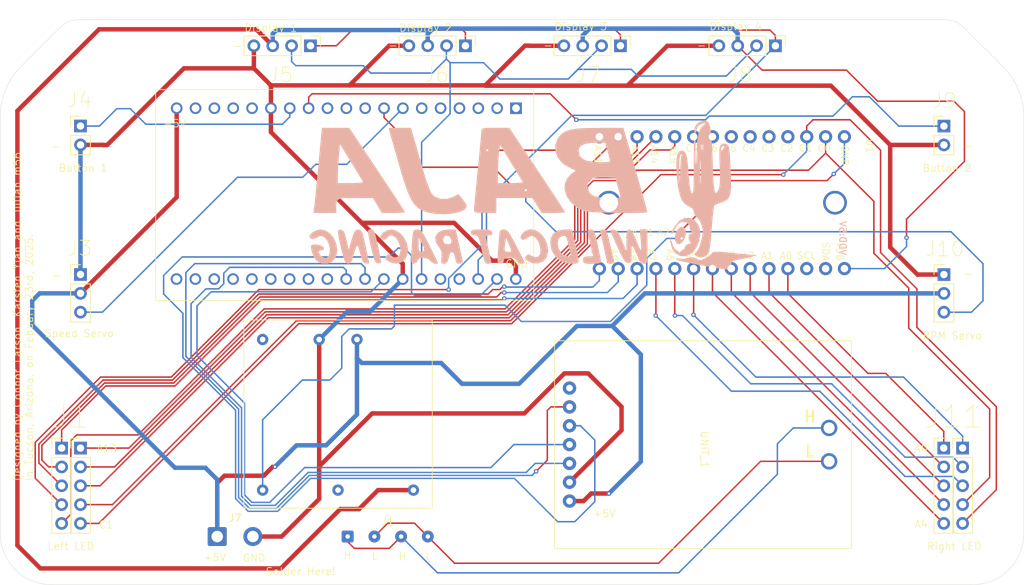
<source format=kicad_pcb>
(kicad_pcb (version 20240108) (generator "pcbnew") (generator_version "8.0")
  (layers (0 "F.Cu" signal) (31 "B.Cu" signal) (34 "B.Paste" user) (35 "F.Paste" user) (36 "B.SilkS" user "B.Silkscreen") (37 "F.SilkS" user "F.Silkscreen") (38 "B.Mask" user) (39 "F.Mask" user) (44 "Edge.Cuts" user))
  (net 0 "")
  (net 1 "Low")
  (net 2 "High")
  (net 3 "+5v")
  (net 4 "IO33 RPM")
  (net 5 "GND")
  (net 6 "IO12 Button 1")
  (net 7 "Regulated 3v3")
  (net 8 "SDA")
  (net 9 "SCL")
  (net 10 "IO32 Speed")
  (net 11 "IO14 Button 2")
  (net 12 "C2")
  (net 13 "C6")
  (net 14 "A1")
  (net 15 "C0")
  (net 16 "A2")
  (net 17 "C3")
  (net 18 "A0")
  (net 19 "A7")
  (net 20 "A9")
  (net 22 "A8")
  (net 23 "A6")
  (net 24 "A3")
  (net 25 "C5")
  (net 26 "A12")
  (net 27 "C7")
  (net 28 "A11")
  (net 29 "A5")
  (net 30 "3v3 ground")
  (net 31 "A10")
  (net 32 "A13")
  (net 34 "A14")
  (net 35 "C4")
  (net 36 "A4")
  (net 37 "A15")
  (net 38 "C1")
  (net 41 "SI")
  (net 42 "SCK")
  (net 43 "CS")
  (net 45 "SO")
  (footprint "Connector_PinHeader_2.54mm:PinHeader_1x05_P2.54mm_Vertical" (layer "F.Cu") (at 190.615 82.5675)
    (property "Reference" "J1-A1" (hide yes))
    (property "Value" "Conn_01x05")
  )
  (footprint "Connector_PinHeader_2.54mm:PinHeader_1x04_P2.54mm_Vertical" (layer "F.Cu") (at 126.166667 28.32 -90)
    (property "Reference" "J11" (hide yes))
    (property "Value" "14 Segment (2)")
  )
  (footprint "BAJA SAE:MODULE_ESP32-DEVKITC-32D" (layer "F.Cu") (at 114.05 48.5 -90)
    (property "Reference" "UNIT_2" (hide yes))
    (property "Value" "ESP32-DEVKITC-32D" (hide yes))
  )
  (footprint "MountingHole:MountingHole_3.2mm_M3" (layer "F.Cu") (at 128.9 93.8)
    (property "Reference" "REF**" (hide yes))
    (property "Value" "MountingHole_3.2mm_M3")
  )
  (footprint "Connector_PinHeader_2.54mm:PinHeader_1x05_P2.54mm_Vertical" (layer "F.Cu") (at 74.3 82.575)
    (property "Reference" "J2-B1" (hide yes))
    (property "Value" "Conn_01x05")
  )
  (footprint "MountingHole:MountingHole_3.2mm_M3" (layer "F.Cu") (at 82.9 68.1)
    (property "Reference" "REF**" (hide yes))
    (property "Value" "MountingHole_3.2mm_M3")
  )
  (footprint "Connector_PinHeader_2.54mm:PinHeader_1x04_P2.54mm_Vertical" (layer "F.Cu") (at 167.933334 28.32 -90)
    (property "Reference" "J9" (hide yes))
    (property "Value" "14 Segment (4)")
  )
  (footprint "Connector_PinHeader_2.54mm:PinHeader_1x02_P2.54mm_Vertical" (layer "F.Cu") (at 74.3 39.145)
    (property "Reference" "J3" (hide yes))
    (property "Value" "Button 1")
  )
  (footprint "MountingHole:MountingHole_3.2mm_M3" (layer "F.Cu") (at 128.8 69.6)
    (property "Reference" "REF**" (hide yes))
    (property "Value" "MountingHole_3.2mm_M3")
  )
  (footprint "MountingHole:MountingHole_3.2mm_M3" (layer "F.Cu") (at 81.3 31.159371)
    (property "Reference" "REF**" (hide yes))
    (property "Value" "MountingHole_3.2mm_M3")
  )
  (footprint "MountingHole:MountingHole_3.2mm_M3" (layer "F.Cu") (at 181.8 68.1)
    (property "Reference" "REF**" (hide yes))
    (property "Value" "MountingHole_3.2mm_M3")
  )
  (footprint "MountingHole:MountingHole_3.2mm_M3" (layer "F.Cu") (at 183.6 31.159371)
    (property "Reference" "REF**" (hide yes))
    (property "Value" "MountingHole_3.2mm_M3")
  )
  (footprint "Connector_PinHeader_2.54mm:PinHeader_1x04_P2.54mm_Vertical" (layer "F.Cu") (at 105.283334 28.32 -90)
    (property "Reference" "J4" (hide yes))
    (property "Value" "14 Segment (1)")
  )
  (footprint "Connector_PinHeader_2.54mm:PinHeader_1x03_P2.54mm_Vertical" (layer "F.Cu") (at 190.64 59.1725)
    (property "Reference" "J2" (hide yes))
    (property "Value" "Servo 1 (RPM)")
  )
  (footprint "Connector_PinHeader_2.54mm:PinHeader_1x03_P2.54mm_Vertical" (layer "F.Cu") (at 74.3 59.165)
    (property "Reference" "J8" (hide yes))
    (property "Value" "Servo 2 (Speed)")
  )
  (footprint "BAJA SAE:LED Breakout" (layer "F.Cu") (at 179.8925 49.55 -90)
    (property "Reference" "U1")
    (property "Value" "~" (hide yes))
  )
  (footprint "Connector_PinHeader_2.54mm:PinHeader_1x05_P2.54mm_Vertical" (layer "F.Cu") (at 193.155 82.5675)
    (property "Reference" "J1-B1" (hide yes))
    (property "Value" "Conn_01x05")
  )
  (footprint "Connector_PinHeader_2.54mm:PinHeader_1x02_P2.54mm_Vertical" (layer "F.Cu") (at 190.64 39.1525)
    (property "Reference" "J10" (hide yes))
    (property "Value" "Button 2")
  )
  (footprint "Connector_PinHeader_2.54mm:PinHeader_1x04_P2.54mm_Vertical" (layer "F.Cu") (at 147.05 28.32 -90)
    (property "Reference" "J5" (hide yes))
    (property "Value" "14 Segment (3)")
  )
  (footprint "Connector_PinHeader_2.54mm:PinHeader_1x05_P2.54mm_Vertical" (layer "F.Cu") (at 71.76 82.575)
    (property "Reference" "J2-A1" (hide yes))
    (property "Value" "Conn_01x05")
  )
  (footprint "MountingHole:MountingHole_3.2mm_M3" (layer "F.Cu") (at 181.8 93.8)
    (property "Reference" "REF**" (hide yes))
    (property "Value" "MountingHole_3.2mm_M3")
  )
  (footprint "0_Baja_Final:SKM10E-03" (layer "F.Cu") (at 109.01 61.57)
    (property "Reference" "U2" (hide yes))
    (property "Value" "~")
  )
  (footprint "MountingHole:MountingHole_3.2mm_M3" (layer "F.Cu") (at 82.9 93.8)
    (property "Reference" "REF**" (hide yes))
    (property "Value" "MountingHole_3.2mm_M3")
  )
  (footprint "0_Baja_Final:Can Bus (Correct)" (layer "F.Cu") (at 178.42 88.16 -90)
    (property "Reference" "UNIT_1")
    (property "Value" "CAN Bus")
  )
  (footprint "Connector_Wire:SolderWire-0.75sqmm_1x02_P4.8mm_D1.25mm_OD2.3mm" (layer "F.Cu") (at 92.725 94.5)
    (property "Reference" "J7")
    (property "Value" "Conn_01x02")
  )
  (footprint "Connector_Wire:SolderWire-0.1sqmm_1x04_P3.6mm_D0.4mm_OD1mm" (layer "F.Cu") (at 110.3 94.5)
    (property "Reference" "J1")
    (property "Value" "CAN to outer connector")
  )
  (footprint "BAJA SAE:Untitled" (layer "B.Cu") (at 135.37 48.45 180)
    (property "Reference" "G***")
    (property "Value" "LOGO" (hide yes))
  )
  (gr_line (start 174.7 40.6) (end 174.7 42.8) (stroke (width 0.2)) (layer "F.Cu") (net 15))
  (gr_line (start 174.7 42.8) (end 181.2 49.3) (stroke (width 0.2)) (layer "F.Cu") (net 15))
  (gr_arc (start 201.410596 94.06) (mid 199.377537 98.967948) (end 194.46942 101.000596) (stroke (width 0.05)) (layer "Edge.Cuts"))
  (gr_arc (start 71.5723 25.8477) (mid 72.718255 25.081998) (end 74.07 24.813119) (stroke (width 0.05)) (layer "Edge.Cuts"))
  (gr_line (start 66.259371 31.159371) (end 71.5723 25.846442) (stroke (width 0.05)) (layer "Edge.Cuts"))
  (gr_line (start 201.410016 38.58) (end 201.410016 37.89) (stroke (width 0.05)) (layer "Edge.Cuts"))
  (gr_line (start 63.479995 38.06) (end 63.479995 38.9) (stroke (width 0.05)) (layer "Edge.Cuts"))
  (gr_arc (start 70.43 101) (mid 65.515608 98.964392) (end 63.48 94.05) (stroke (width 0.05)) (layer "Edge.Cuts"))
  (gr_line (start 190.83 24.817693) (end 74.07 24.817693) (stroke (width 0.05)) (layer "Edge.Cuts"))
  (gr_arc (start 198.6246 31.1654) (mid 200.686113 34.250673) (end 201.410021 37.89) (stroke (width 0.05)) (layer "Edge.Cuts"))
  (gr_arc (start 190.83 24.817693) (mid 192.166754 25.08359) (end 193.3 25.8408) (stroke (width 0.05)) (layer "Edge.Cuts"))
  (gr_line (start 198.6246 31.1654) (end 193.3 25.8408) (stroke (width 0.05)) (layer "Edge.Cuts"))
  (gr_line (start 63.479995 37.8) (end 63.479995 38.06) (stroke (width 0.05)) (layer "Edge.Cuts"))
  (gr_arc (start 63.479995 37.8) (mid 64.215594 34.205922) (end 66.259371 31.159371) (stroke (width 0.05)) (layer "Edge.Cuts"))
  (gr_line (start 201.410016 94.06) (end 201.410016 38.58) (stroke (width 0.05)) (layer "Edge.Cuts"))
  (gr_line (start 63.48 94.05) (end 63.48 38.9) (stroke (width 0.05)) (layer "Edge.Cuts"))
  (gr_line (start 70.43 101) (end 194.47 101) (stroke (width 0.05)) (layer "Edge.Cuts"))
  (gr_text "+5V" (at 85.4 39.4 0) (layer "F.SilkS") (effects (font (size 1 1) (thickness 0.1)) (justify left bottom)))
  (gr_text "+5V" (at 90.8 97.9 0) (layer "F.SilkS") (effects (font (size 1 1) (thickness 0.1)) (justify left bottom)))
  (gr_text "Button 2" (at 187.7 45.4 0) (layer "F.SilkS") (effects (font (size 1 1) (thickness 0.1)) (justify left bottom)))
  (gr_text "Solder Here!	" (at 99.2 99.8 0) (layer "F.SilkS") (effects (font (size 1 1) (thickness 0.1)) (justify left bottom)))
  (gr_text "J1" (at 70.4 80.1 0) (layer "F.SilkS") (effects (font (size 3 3) (thickness 0.1)) (justify left bottom)))
  (gr_text "Right LED" (at 188.3 96.4 0) (layer "F.SilkS") (effects (font (size 1 1) (thickness 0.1)) (justify left bottom)))
  (gr_text "Speed Servo" (at 69.4 67.7 0) (layer "F.SilkS") (effects (font (size 1 1) (thickness 0.1)) (justify left bottom)))
  (gr_text "-" (at 193.3 59.7 0) (layer "F.SilkS") (effects (font (size 1 1) (thickness 0.1)) (justify left bottom)))
  (gr_text "L" (at 120.7 97.8 0) (layer "F.SilkS") (effects (font (size 1 1) (thickness 0.1)) (justify left bottom)))
  (gr_text "J7" (at 140.9 33.4 0) (layer "F.SilkS") (effects (font (size 2 2) (thickness 0.1)) (justify left bottom)))
  (gr_text "L" (at 113.5 97.7 0) (layer "F.SilkS") (effects (font (size 1 1) (thickness 0.1)) (justify left bottom)))
  (gr_text "J9" (at 188.9 36.9 0) (layer "F.SilkS") (effects (font (size 2 2) (thickness 0.1)) (justify left bottom)))
  (gr_text "A13" (at 76.4 83.2 0) (layer "F.SilkS") (effects (font (size 1 1) (thickness 0.1)) (justify left bottom)))
  (gr_text "L" (at 171.8 83.9 0) (layer "F.SilkS") (effects (font (size 1.5 1.5) (thickness 0.3) (bold yes)) (justify left bottom)))
  (gr_text "H" (at 117.1 97.8 0) (layer "F.SilkS") (effects (font (size 1 1) (thickness 0.1)) (justify left bottom)))
  (gr_text "C1" (at 76.7 93.5 0) (layer "F.SilkS") (effects (font (size 1 1) (thickness 0.1)) (justify left bottom)))
  (gr_text "J4" (at 72.4 36.8 0) (layer "F.SilkS") (effects (font (size 2 2) (thickness 0.1)) (justify left bottom)))
  (gr_text "A0" (at 186.6 83.2 0) (layer "F.SilkS") (effects (font (size 1 1) (thickness 0.1)) (justify left bottom)))
  (gr_text "-" (at 94.75 28.92 0) (layer "F.SilkS") (effects (font (size 1 1) (thickness 0.1)) (justify left bottom)))
  (gr_text "GND" (at 131.5 58.3 0) (layer "F.SilkS") (effects (font (size 1 1) (thickness 0.1)) (justify left bottom)))
  (gr_text "J3" (at 72.4 56.8 0) (layer "F.SilkS") (effects (font (size 2 2) (thickness 0.1)) (justify left bottom)))
  (gr_text "-" (at 193.2 42.4 0) (layer "F.SilkS") (effects (font (size 1 1) (thickness 0.1)) (justify left bottom)))
  (gr_text "Button 1" (at 71.3 45.4 0) (layer "F.SilkS") (effects (font (size 1 1) (thickness 0.1)) (justify left bottom)))
  (gr_text "J5" (at 99.5 33.4 0) (layer "F.SilkS") (effects (font (size 2 2) (thickness 0.1)) (justify left bottom)))
  (gr_text "Display 1" (at 96.333334 26.5 0) (layer "F.SilkS") (effects (font (size 1 1) (thickness 0.1)) (justify left bottom)))
  (gr_text "Display 4" (at 158.983334 26.3 0) (layer "F.SilkS") (effects (font (size 1 1) (thickness 0.1)) (justify left bottom)))
  (gr_text "J10" (at 188 56.9 0) (layer "F.SilkS") (effects (font (size 2 2) (thickness 0.1)) (justify left bottom)))
  (gr_text "J11" (at 187.9 80.1 0) (layer "F.SilkS") (effects (font (size 3 3) (thickness 0.1)) (justify left bottom)))
  (gr_text "+5V" (at 143.3 92 0) (layer "F.SilkS") (effects (font (size 1 1) (thickness 0.1)) (justify left bottom)))
  (gr_text "Left LED" (at 69.8 96.4 0) (layer "F.SilkS") (effects (font (size 1 1) (thickness 0.1)) (justify left bottom)))
  (gr_text "GND" (at 96.1 98 0) (layer "F.SilkS") (effects (font (size 1 1) (thickness 0.1)) (justify left bottom)))
  (gr_text "Display 2" (at 117.2 26.5 0) (layer "F.SilkS") (effects (font (size 1 1) (thickness 0.1)) (justify left bottom)))
  (gr_text "J8" (at 161.4 33.4 0) (layer "F.SilkS") (effects (font (size 2 2) (thickness 0.1)) (justify left bottom)))
  (gr_text "-" (at 70.3 42.5 0) (layer "F.SilkS") (effects (font (size 1 1) (thickness 0.1)) (justify left bottom)))
  (gr_text "A4" (at 186.6 93.4 0) (layer "F.SilkS") (effects (font (size 1 1) (thickness 0.1)) (justify left bottom)))
  (gr_text "-" (at 115.725 28.845 0) (layer "F.SilkS") (effects (font (size 1 1) (thickness 0.1)) (justify left bottom)))
  (gr_text "-" (at 136.6 28.845 0) (layer "F.SilkS") (effects (font (size 1 1) (thickness 0.1)) (justify left bottom)))
  (gr_text "Display 3" (at 138.1 26.3 0) (layer "F.SilkS") (effects (font (size 1 1) (thickness 0.1)) (justify left bottom)))
  (gr_text "J6" (at 120.5 33.4 0) (layer "F.SilkS") (effects (font (size 2 2) (thickness 0.1)) (justify left bottom)))
  (gr_text "H" (at 171.6 79.2 0) (layer "F.SilkS") (effects (font (size 1.5 1.5) (thickness 0.3) (bold yes)) (justify left bottom)))
  (gr_text "RPM Servo" (at 187.7 68 0) (layer "F.SilkS") (effects (font (size 1 1) (thickness 0.1)) (justify left bottom)))
  (gr_text "-" (at 157.3 28.845 0) (layer "F.SilkS") (effects (font (size 1 1) (thickness 0.1)) (justify left bottom)))
  (gr_text "Designed by Connor Larson, Karsten Yian and Julian m56 \nIn Tucson, Arizona, on Febuary 23rd, 2025." (at 67.98 87.09 90) (layer "F.SilkS") (effects (font (size 1 1) (thickness 0.1)) (justify left bottom)))
  (gr_text "-" (at 70.4 59.9 0) (layer "F.SilkS") (effects (font (size 1 1) (thickness 0.1)) (justify left bottom)))
  (gr_text "H" (at 109.7 97.6 0) (layer "F.SilkS") (effects (font (size 1 1) (thickness 0.1)) (justify left bottom)))
  (segment (start 119.3 92.7) (end 121.1 94.5) (width 0.2) (layer "F.Cu") (net 1))
  (segment (start 121.1 94.5) (end 124.7 98.1) (width 0.2) (layer "F.Cu") (net 1))
  (segment (start 113.9 94.5) (end 115.7 92.7) (width 0.2) (layer "F.Cu") (net 1))
  (segment (start 115.7 92.7) (end 119.3 92.7) (width 0.2) (layer "F.Cu") (net 1))
  (segment (start 152.2 98.1) (end 165.94 84.36) (width 0.2) (layer "F.Cu") (net 1))
  (segment (start 165.94 84.36) (end 175.17 84.36) (width 0.2) (layer "F.Cu") (net 1))
  (segment (start 124.7 98.1) (end 152.2 98.1) (width 0.2) (layer "F.Cu") (net 1))
  (segment (start 110.3 94.5) (end 110.3 95.2) (width 0.2) (layer "F.Cu") (net 2))
  (segment (start 111.2 96.1) (end 115.9 96.1) (width 0.2) (layer "F.Cu") (net 2))
  (segment (start 115.9 96.1) (end 117.5 94.5) (width 0.2) (layer "F.Cu") (net 2))
  (segment (start 110.3 95.2) (end 111.2 96.1) (width 0.2) (layer "F.Cu") (net 2))
  (segment (start 170.34 79.86) (end 175.17 79.86) (width 0.2) (layer "B.Cu") (net 2))
  (segment (start 168.2 86.1) (end 168.2 82) (width 0.2) (layer "B.Cu") (net 2))
  (segment (start 122.4 99.4) (end 154.9 99.4) (width 0.2) (layer "B.Cu") (net 2))
  (segment (start 168.2 82) (end 170.34 79.86) (width 0.2) (layer "B.Cu") (net 2))
  (segment (start 117.5 94.5) (end 122.4 99.4) (width 0.2) (layer "B.Cu") (net 2))
  (segment (start 154.9 99.4) (end 168.2 86.1) (width 0.2) (layer "B.Cu") (net 2))
  (segment (start 142.08 89.72) (end 140.19 89.72) (width 0.6) (layer "F.Cu") (net 3))
  (segment (start 100.195262 85.1) (end 98.995262 86.3) (width 0.6) (layer "F.Cu") (net 3))
  (segment (start 98.995262 86.3) (end 93.7 86.3) (width 0.6) (layer "F.Cu") (net 3))
  (segment (start 87.26 48.745) (end 87.26 36.74) (width 0.6) (layer "F.Cu") (net 3))
  (segment (start 100.5 85.1) (end 100.195262 85.1) (width 0.6) (layer "F.Cu") (net 3))
  (segment (start 92.725 87.275) (end 92.725 94.5) (width 0.6) (layer "F.Cu") (net 3))
  (segment (start 93.7 86.3) (end 92.725 87.275) (width 0.6) (layer "F.Cu") (net 3))
  (segment (start 145.5 88.7) (end 143.1 88.7) (width 0.6) (layer "F.Cu") (net 3))
  (segment (start 143.1 88.7) (end 142.08 89.72) (width 0.6) (layer "F.Cu") (net 3))
  (segment (start 74.3 61.705) (end 87.26 48.745) (width 0.6) (layer "F.Cu") (net 3))
  (via (at 145.5 88.7) (size 0.6) (drill 0.3) (layers "F.Cu" "B.Cu") (net 3))
  (via (at 100.5 85.1) (size 0.6) (drill 0.3) (layers "F.Cu" "B.Cu") (net 3))
  (segment (start 87.025 85.225) (end 67.8 66) (width 0.6) (layer "B.Cu") (net 3))
  (segment (start 149.8 69.951472) (end 149.8 84.4) (width 0.6) (layer "B.Cu") (net 3))
  (segment (start 125.7 73.9) (end 133.4 73.9) (width 0.6) (layer "B.Cu") (net 3))
  (segment (start 92.725 94.5) (end 92.725 86.825) (width 0.6) (layer "B.Cu") (net 3))
  (segment (start 122.9 71.1) (end 125.7 73.9) (width 0.6) (layer "B.Cu") (net 3))
  (segment (start 107.4 82.2) (end 111.55 78.05) (width 0.6) (layer "B.Cu") (net 3))
  (segment (start 92.725 86.825) (end 91.125 85.225) (width 0.6) (layer "B.Cu") (net 3))
  (segment (start 141.2 66.1) (end 145.948528 66.1) (width 0.6) (layer "B.Cu") (net 3))
  (segment (start 111.55 78.05) (end 111.55 70.45) (width 0.6) (layer "B.Cu") (net 3))
  (segment (start 133.4 73.9) (end 141.2 66.1) (width 0.6) (layer "B.Cu") (net 3))
  (segment (start 67.8 62.7) (end 68.795 61.705) (width 0.6) (layer "B.Cu") (net 3))
  (segment (start 103.4 82.2) (end 100.5 85.1) (width 0.6) (layer "B.Cu") (net 3))
  (segment (start 145.948528 66.1) (end 150.336028 61.7125) (width 0.6) (layer "B.Cu") (net 3))
  (segment (start 111.55 70.45) (end 112.2 71.1) (width 0.6) (layer "B.Cu") (net 3))
  (segment (start 105.7 82.2) (end 103.4 82.2) (width 0.6) (layer "B.Cu") (net 3))
  (segment (start 105.7 82.2) (end 107.4 82.2) (width 0.6) (layer "B.Cu") (net 3))
  (segment (start 112.2 71.1) (end 122.9 71.1) (width 0.6) (layer "B.Cu") (net 3))
  (segment (start 150.336028 61.7125) (end 190.64 61.7125) (width 0.6) (layer "B.Cu") (net 3))
  (segment (start 149.8 84.4) (end 145.5 88.7) (width 0.6) (layer "B.Cu") (net 3))
  (segment (start 145.948528 66.1) (end 149.8 69.951472) (width 0.6) (layer "B.Cu") (net 3))
  (segment (start 91.125 85.225) (end 87.025 85.225) (width 0.6) (layer "B.Cu") (net 3))
  (segment (start 68.795 61.705) (end 74.3 61.705) (width 0.6) (layer "B.Cu") (net 3))
  (segment (start 67.8 66) (end 67.8 62.7) (width 0.6) (layer "B.Cu") (net 3))
  (segment (start 111.55 70.45) (end 111.55 67.93) (width 0.6) (layer "B.Cu") (net 3))
  (segment (start 129.9 44.7) (end 119 44.7) (width 0.2) (layer "F.Cu") (net 4))
  (segment (start 115.2 38) (end 115.2 36.74) (width 0.2) (layer "F.Cu") (net 4))
  (segment (start 134.3 47.8) (end 133 47.8) (width 0.2) (layer "F.Cu") (net 4))
  (segment (start 118 43.7) (end 118 40.8) (width 0.2) (layer "F.Cu") (net 4))
  (segment (start 118 40.8) (end 115.2 38) (width 0.2) (layer "F.Cu") (net 4))
  (segment (start 119 44.7) (end 118 43.7) (width 0.2) (layer "F.Cu") (net 4))
  (segment (start 133 47.8) (end 129.9 44.7) (width 0.2) (layer "F.Cu") (net 4))
  (via (at 134.3 47.8) (size 0.6) (drill 0.3) (layers "F.Cu" "B.Cu") (net 4))
  (segment (start 138.365686 53.4) (end 134.3 49.334314) (width 0.2) (layer "B.Cu") (net 4))
  (segment (start 195.9 62.7) (end 195.9 57.7) (width 0.2) (layer "B.Cu") (net 4))
  (segment (start 195.9 57.7) (end 191.6 53.4) (width 0.2) (layer "B.Cu") (net 4))
  (segment (start 194.3475 64.2525) (end 195.9 62.7) (width 0.2) (layer "B.Cu") (net 4))
  (segment (start 134.3 49.334314) (end 134.3 47.8) (width 0.2) (layer "B.Cu") (net 4))
  (segment (start 191.6 53.4) (end 138.365686 53.4) (width 0.2) (layer "B.Cu") (net 4))
  (segment (start 190.64 64.2525) (end 194.3475 64.2525) (width 0.2) (layer "B.Cu") (net 4))
  (segment (start 132.3 57.3) (end 132.96 57.96) (width 0.6) (layer "F.Cu") (net 5))
  (segment (start 112.2 52.2) (end 99.96 39.96) (width 0.6) (layer "F.Cu") (net 5))
  (segment (start 132.96 57.96) (end 132.96 59.78) (width 0.6) (layer "F.Cu") (net 5))
  (segment (start 129.750194 57.3) (end 132.3 57.3) (width 0.6) (layer "F.Cu") (net 5))
  (segment (start 110.54 33.66) (end 128.84 33.66) (width 0.6) (layer "F.Cu") (net 5))
  (segment (start 124.650194 52.2) (end 129.750194 57.3) (width 0.6) (layer "F.Cu") (net 5))
  (segment (start 148 33.7) (end 153.38 28.32) (width 0.6) (layer "F.Cu") (net 5))
  (segment (start 97.525 94.5) (end 101.4 94.5) (width 0.6) (layer "F.Cu") (net 5))
  (segment (start 148 33.7) (end 175.4 33.7) (width 0.6) (layer "F.Cu") (net 5))
  (segment (start 147.2 77) (end 147.2 80.17) (width 0.6) (layer "F.Cu") (net 5))
  (segment (start 112.2 52.2) (end 124.650194 52.2) (width 0.6) (layer "F.Cu") (net 5))
  (segment (start 183.4 41.7) (end 183.4 55.5) (width 0.6) (layer "F.Cu") (net 5))
  (segment (start 106.46 85.04) (end 113.6 77.9) (width 0.6) (layer "F.Cu") (net 5))
  (segment (start 134.82 28.32) (end 139.43 28.32) (width 0.6) (layer "F.Cu") (net 5))
  (segment (start 187.1275 59.1725) (end 190.64 59.1725) (width 0.6) (layer "F.Cu") (net 5))
  (segment (start 183.4075 41.6925) (end 190.64 41.6925) (width 0.6) (layer "F.Cu") (net 5))
  (segment (start 128.84 33.66) (end 128.88 33.7) (width 0.6) (layer "F.Cu") (net 5))
  (segment (start 183.4 41.7) (end 183.4075 41.6925) (width 0.6) (layer "F.Cu") (net 5))
  (segment (start 183.4 55.5) (end 187.1 59.2) (width 0.6) (layer "F.Cu") (net 5))
  (segment (start 134.8 28.3) (end 134.82 28.32) (width 0.6) (layer "F.Cu") (net 5))
  (segment (start 113.6 77.9) (end 134.1 77.9) (width 0.6) (layer "F.Cu") (net 5))
  (segment (start 106.46 89.44) (end 106.46 86.3) (width 0.6) (layer "F.Cu") (net 5))
  (segment (start 187.1 59.2) (end 187.1275 59.1725) (width 0.6) (layer "F.Cu") (net 5))
  (segment (start 77.385 41.685) (end 74.3 41.685) (width 0.6) (layer "F.Cu") (net 5))
  (segment (start 147.2 80.17) (end 140.19 87.18) (width 0.6) (layer "F.Cu") (net 5))
  (segment (start 117.72 59.78) (end 117.72 57.72) (width 0.6) (layer "F.Cu") (net 5))
  (segment (start 99.96 39.96) (end 99.96 36.74) (width 0.6) (layer "F.Cu") (net 5))
  (segment (start 106.46 86.3) (end 106.46 67.93) (width 0.6) (layer "F.Cu") (net 5))
  (segment (start 139.5 72.5) (end 142.7 72.5) (width 0.6) (layer "F.Cu") (net 5))
  (segment (start 99.96 36.74) (end 99.96 33.66) (width 0.6) (layer "F.Cu") (net 5))
  (segment (start 134.2 28.3) (end 134.8 28.3) (width 0.6) (layer "F.Cu") (net 5))
  (segment (start 128.88 33.7) (end 148 33.7) (width 0.6) (layer "F.Cu") (net 5))
  (segment (start 142.7 72.5) (end 147.2 77) (width 0.6) (layer "F.Cu") (net 5))
  (segment (start 106.46 86.3) (end 106.46 85.04) (width 0.6) (layer "F.Cu") (net 5))
  (segment (start 101.4 94.5) (end 106.46 89.44) (width 0.6) (layer "F.Cu") (net 5))
  (segment (start 77.4 41.7) (end 77.385 41.685) (width 0.6) (layer "F.Cu") (net 5))
  (segment (start 134.1 77.9) (end 139.5 72.5) (width 0.6) (layer "F.Cu") (net 5))
  (segment (start 97.663334 31.363334) (end 88.236666 31.363334) (width 0.6) (layer "F.Cu") (net 5))
  (segment (start 153.38 28.32) (end 160.313334 28.32) (width 0.6) (layer "F.Cu") (net 5))
  (segment (start 128.84 33.66) (end 134.2 28.3) (width 0.6) (layer "F.Cu") (net 5))
  (segment (start 175.4 33.7) (end 183.4 41.7) (width 0.6) (layer "F.Cu") (net 5))
  (segment (start 97.663334 31.363334) (end 97.663334 28.32) (width 0.6) (layer "F.Cu") (net 5))
  (segment (start 110.54 33.66) (end 115.9 28.3) (width 0.6) (layer "F.Cu") (net 5))
  (segment (start 115.92 28.32) (end 118.546667 28.32) (width 0.6) (layer "F.Cu") (net 5))
  (segment (start 77.9 41.7) (end 77.4 41.7) (width 0.6) (layer "F.Cu") (net 5))
  (segment (start 115.9 28.3) (end 115.92 28.32) (width 0.6) (layer "F.Cu") (net 5))
  (segment (start 88.236666 31.363334) (end 77.9 41.7) (width 0.6) (layer "F.Cu") (net 5))
  (segment (start 99.96 33.66) (end 97.663334 31.363334) (width 0.6) (layer "F.Cu") (net 5))
  (segment (start 117.72 57.72) (end 112.2 52.2) (width 0.6) (layer "F.Cu") (net 5))
  (segment (start 99.96 33.66) (end 110.54 33.66) (width 0.6) (layer "F.Cu") (net 5))
  (segment (start 113.3 64.2) (end 117.72 59.78) (width 0.6) (layer "B.Cu") (net 5))
  (segment (start 106.46 67.93) (end 110.19 64.2) (width 0.6) (layer "B.Cu") (net 5))
  (segment (start 110.19 64.2) (end 113.3 64.2) (width 0.6) (layer "B.Cu") (net 5))
  (segment (start 74.3 41.685) (end 74.3 59.165) (width 0.6) (layer "B.Cu") (net 5))
  (segment (start 102.5 37.9) (end 101.5 38.9) (width 0.2) (layer "B.Cu") (net 6))
  (segment (start 101.5 38.9) (end 83.1 38.9) (width 0.2) (layer "B.Cu") (net 6))
  (segment (start 83.1 38.9) (end 81 36.8) (width 0.2) (layer "B.Cu") (net 6))
  (segment (start 81 36.8) (end 79.2 36.8) (width 0.2) (layer "B.Cu") (net 6))
  (segment (start 76.855 39.145) (end 74.3 39.145) (width 0.2) (layer "B.Cu") (net 6))
  (segment (start 79.2 36.8) (end 76.855 39.145) (width 0.2) (layer "B.Cu") (net 6))
  (segment (start 102.5 36.74) (end 102.5 37.9) (width 0.2) (layer "B.Cu") (net 6))
  (segment (start 65.8 95.7) (end 65.8 37.1) (width 0.6) (layer "F.Cu") (net 7))
  (segment (start 177.5 31.6) (end 166.133334 31.6) (width 0.2) (layer "F.Cu") (net 7))
  (segment (start 101.3 98.8) (end 68.9 98.8) (width 0.6) (layer "F.Cu") (net 7))
  (segment (start 185.6 54.2) (end 185.6 51.7) (width 0.2) (layer "F.Cu") (net 7))
  (segment (start 181.7 35.8) (end 177.5 31.6) (width 0.2) (layer "F.Cu") (net 7))
  (segment (start 68.9 98.8) (end 65.8 95.7) (width 0.6) (layer "F.Cu") (net 7))
  (segment (start 185.6 51.7) (end 193.4 43.9) (width 0.2) (layer "F.Cu") (net 7))
  (segment (start 97.983334 26.1) (end 100.203334 28.32) (width 0.6) (layer "F.Cu") (net 7))
  (segment (start 76.8 26.1) (end 97.983334 26.1) (width 0.6) (layer "F.Cu") (net 7))
  (segment (start 114.392412 88.24) (end 111.832412 90.8) (width 0.6) (layer "F.Cu") (net 7))
  (segment (start 192 35.8) (end 181.7 35.8) (width 0.2) (layer "F.Cu") (net 7))
  (segment (start 111.832412 90.8) (end 109.3 90.8) (width 0.6) (layer "F.Cu") (net 7))
  (segment (start 166.133334 31.6) (end 162.853334 28.32) (width 0.2) (layer "F.Cu") (net 7))
  (segment (start 65.8 37.1) (end 76.8 26.1) (width 0.6) (layer "F.Cu") (net 7))
  (segment (start 119.16 88.24) (end 114.392412 88.24) (width 0.6) (layer "F.Cu") (net 7))
  (segment (start 109.3 90.8) (end 101.3 98.8) (width 0.6) (layer "F.Cu") (net 7))
  (segment (start 193.4 37.2) (end 192 35.8) (width 0.2) (layer "F.Cu") (net 7))
  (segment (start 193.4 43.9) (end 193.4 37.2) (width 0.2) (layer "F.Cu") (net 7))
  (via (at 185.6 54.2) (size 0.6) (drill 0.3) (layers "F.Cu" "B.Cu") (net 7))
  (segment (start 177.2325 58.37) (end 182.63 58.37) (width 0.2) (layer "B.Cu") (net 7))
  (segment (start 182.63 58.37) (end 182.7 58.3) (width 0.2) (layer "B.Cu") (net 7))
  (segment (start 182.7 58.3) (end 185.6 55.4) (width 0.2) (layer "B.Cu") (net 7))
  (segment (start 100.706668 26.2) (end 100.203334 26.703334) (width 0.6) (layer "B.Cu") (net 7))
  (segment (start 185.6 55.4) (end 185.6 54.2) (width 0.2) (layer "B.Cu") (net 7))
  (segment (start 121.086667 26.713333) (end 121.086667 28.32) (width 0.6) (layer "B.Cu") (net 7))
  (segment (start 141.97 28.32) (end 141.97 26.93) (width 0.6) (layer "B.Cu") (net 7))
  (segment (start 121.6 26.2) (end 100.706668 26.2) (width 0.6) (layer "B.Cu") (net 7))
  (segment (start 142.9 26) (end 162.2 26) (width 0.6) (layer "B.Cu") (net 7))
  (segment (start 142.9 26) (end 121.8 26) (width 0.6) (layer "B.Cu") (net 7))
  (segment (start 121.8 26) (end 121.6 26.2) (width 0.6) (layer "B.Cu") (net 7))
  (segment (start 162.2 26) (end 162.853334 26.653334) (width 0.6) (layer "B.Cu") (net 7))
  (segment (start 162.853334 26.653334) (end 162.853334 28.32) (width 0.6) (layer "B.Cu") (net 7))
  (segment (start 121.8 26) (end 121.086667 26.713333) (width 0.6) (layer "B.Cu") (net 7))
  (segment (start 141.97 26.93) (end 142.9 26) (width 0.6) (layer "B.Cu") (net 7))
  (segment (start 100.203334 26.703334) (end 100.203334 28.32) (width 0.6) (layer "B.Cu") (net 7))
  (segment (start 140.03 32.8) (end 130.8 32.8) (width 0.2) (layer "B.Cu") (net 8))
  (segment (start 144.51 28.32) (end 141.415 31.415) (width 0.2) (layer "B.Cu") (net 8))
  (segment (start 121.7 32) (end 123.6 30.1) (width 0.2) (layer "B.Cu") (net 8))
  (segment (start 103.3 31) (end 112.4 31) (width 0.2) (layer "B.Cu") (net 8))
  (segment (start 128.6 30.6) (end 124.1 30.6) (width 0.2) (layer "B.Cu") (net 8))
  (segment (start 148.5 31.5) (end 141.33 31.5) (width 0.2) (layer "B.Cu") (net 8))
  (segment (start 123.6 28.346667) (end 123.6 30.1) (width 0.2) (layer "B.Cu") (net 8))
  (segment (start 165.393334 28.32) (end 161.313334 32.4) (width 0.2) (layer "B.Cu") (net 8))
  (segment (start 123.6 30.1) (end 124.1 30.6) (width 0.2) (layer "B.Cu") (net 8))
  (segment (start 161.313334 32.4) (end 149.4 32.4) (width 0.2) (layer "B.Cu") (net 8))
  (segment (start 140.315 32.515) (end 140.03 32.8) (width 0.2) (layer "B.Cu") (net 8))
  (segment (start 102.743334 30.443334) (end 103.3 31) (width 0.2) (layer "B.Cu") (net 8))
  (segment (start 141.33 31.5) (end 140.315 32.515) (width 0.2) (layer "B.Cu") (net 8))
  (segment (start 141.415 31.415) (end 140.315 32.515) (width 0.2) (layer "B.Cu") (net 8))
  (segment (start 124.1 37.5) (end 120.26 41.34) (width 0.2) (layer "B.Cu") (net 8))
  (segment (start 102.743334 28.32) (end 102.743334 30.443334) (width 0.2) (layer "B.Cu") (net 8))
  (segment (start 123.626667 28.32) (end 123.6 28.346667) (width 0.2) (layer "B.Cu") (net 8))
  (segment (start 112.4 31) (end 113.4 32) (width 0.2) (layer "B.Cu") (net 8))
  (segment (start 113.4 32) (end 121.7 32) (width 0.2) (layer "B.Cu") (net 8))
  (segment (start 124.1 30.6) (end 124.1 37.5) (width 0.2) (layer "B.Cu") (net 8))
  (segment (start 120.26 41.34) (end 120.26 59.78) (width 0.2) (layer "B.Cu") (net 8))
  (segment (start 130.8 32.8) (end 128.6 30.6) (width 0.2) (layer "B.Cu") (net 8))
  (segment (start 149.4 32.4) (end 148.5 31.5) (width 0.2) (layer "B.Cu") (net 8))
  (segment (start 126.166667 26.566667) (end 126.166667 28.32) (width 0.2) (layer "F.Cu") (net 9))
  (segment (start 146.4 26.2) (end 147.05 26.85) (width 0.2) (layer "F.Cu") (net 9))
  (segment (start 108.78 28.32) (end 110.9 26.2) (width 0.2) (layer "F.Cu") (net 9))
  (segment (start 125.8 26.2) (end 146.4 26.2) (width 0.2) (layer "F.Cu") (net 9))
  (segment (start 105.283334 28.32) (end 108.78 28.32) (width 0.2) (layer "F.Cu") (net 9))
  (segment (start 146.4 26.2) (end 167.2 26.2) (width 0.2) (layer "F.Cu") (net 9))
  (segment (start 167.2 26.2) (end 167.933334 26.933334) (width 0.2) (layer "F.Cu") (net 9))
  (segment (start 110.9 26.2) (end 125.8 26.2) (width 0.2) (layer "F.Cu") (net 9))
  (segment (start 147.05 26.85) (end 147.05 28.32) (width 0.2) (layer "F.Cu") (net 9))
  (segment (start 167.933334 26.933334) (end 167.933334 28.32) (width 0.2) (layer "F.Cu") (net 9))
  (segment (start 125.8 26.2) (end 126.166667 26.566667) (width 0.2) (layer "F.Cu") (net 9))
  (segment (start 140.5 37.7) (end 129 49.2) (width 0.2) (layer "B.Cu") (net 9))
  (segment (start 129 56.1) (end 127.88 57.22) (width 0.2) (layer "B.Cu") (net 9))
  (segment (start 167.933334 28.32) (end 158.553334 37.7) (width 0.2) (layer "B.Cu") (net 9))
  (segment (start 129 49.2) (end 129 56.1) (width 0.2) (layer "B.Cu") (net 9))
  (segment (start 127.88 57.22) (end 127.88 59.78) (width 0.2) (layer "B.Cu") (net 9))
  (segment (start 158.553334 37.7) (end 140.5 37.7) (width 0.2) (layer "B.Cu") (net 9))
  (segment (start 77.255 64.245) (end 74.3 64.245) (width 0.2) (layer "B.Cu") (net 10))
  (segment (start 106 44.3) (end 104.25 46.05) (width 0.2) (layer "B.Cu") (net 10))
  (segment (start 104.25 46.05) (end 95.45 46.05) (width 0.2) (layer "B.Cu") (net 10))
  (segment (start 110.18 44.3) (end 106 44.3) (width 0.2) (layer "B.Cu") (net 10))
  (segment (start 117.74 36.74) (end 110.18 44.3) (width 0.2) (layer "B.Cu") (net 10))
  (segment (start 95.45 46.05) (end 77.255 64.245) (width 0.2) (layer "B.Cu") (net 10))
  (segment (start 105.5 34.8) (end 105.04 35.26) (width 0.2) (layer "F.Cu") (net 11))
  (segment (start 105.04 35.26) (end 105.04 36.74) (width 0.2) (layer "F.Cu") (net 11))
  (segment (start 141.1 38.3) (end 137.6 34.8) (width 0.2) (layer "F.Cu") (net 11))
  (segment (start 137.6 34.8) (end 105.5 34.8) (width 0.2) (layer "F.Cu") (net 11))
  (via (at 141.1 38.3) (size 0.6) (drill 0.3) (layers "F.Cu" "B.Cu") (net 11))
  (segment (start 178.3 35.2) (end 175.7 37.8) (width 0.2) (layer "B.Cu") (net 11))
  (segment (start 190.64 39.1525) (end 184.5525 39.1525) (width 0.2) (layer "B.Cu") (net 11))
  (segment (start 175.7 37.8) (end 159.01902 37.8) (width 0.2) (layer "B.Cu") (net 11))
  (segment (start 158.51902 38.3) (end 141.1 38.3) (width 0.2) (layer "B.Cu") (net 11))
  (segment (start 180.6 35.2) (end 178.3 35.2) (width 0.2) (layer "B.Cu") (net 11))
  (segment (start 184.5525 39.1525) (end 180.6 35.2) (width 0.2) (layer "B.Cu") (net 11))
  (segment (start 159.01902 37.8) (end 158.51902 38.3) (width 0.2) (layer "B.Cu") (net 11))
  (segment (start 167.1 61.4) (end 167.0725 61.3725) (width 0.2) (layer "F.Cu") (net 14))
  (segment (start 167.1 61.5925) (end 167.1 61.4) (width 0.2) (layer "F.Cu") (net 14))
  (segment (start 190.615 85.1075) (end 167.1 61.5925) (width 0.2) (layer "F.Cu") (net 14))
  (segment (start 167.0725 61.3725) (end 167.0725 58.37) (width 0.2) (layer "F.Cu") (net 14))
  (segment (start 103.4 65.4) (end 104.501471 65.4) (width 0.2) (layer "F.Cu") (net 15))
  (segment (start 147.8 46.5) (end 149.2 45.1) (width 0.2) (layer "F.Cu") (net 15))
  (segment (start 104.501471 65.4) (end 132.232842 65.4) (width 0.2) (layer "F.Cu") (net 15))
  (segment (start 185.9 66.4) (end 185.9 61) (width 0.2) (layer "F.Cu") (net 15))
  (segment (start 74.3 90.195) (end 78.605 90.195) (width 0.2) (layer "F.Cu") (net 15))
  (segment (start 181.2 56.3) (end 181.2 49.3) (width 0.2) (layer "F.Cu") (net 15))
  (segment (start 149.2 45.1) (end 172.4 45.1) (width 0.2) (layer "F.Cu") (net 15))
  (segment (start 193.155 90.1875) (end 196.8 86.5425) (width 0.2) (layer "F.Cu") (net 15))
  (segment (start 185.9 61) (end 181.2 56.3) (width 0.2) (layer "F.Cu") (net 15))
  (segment (start 196.8 77.3) (end 185.9 66.4) (width 0.2) (layer "F.Cu") (net 15))
  (segment (start 132.232842 65.4) (end 142.6 55.032842) (width 0.2) (layer "F.Cu") (net 15))
  (segment (start 172.4 45.1) (end 174.7 42.8) (width 0.2) (layer "F.Cu") (net 15))
  (segment (start 142.6 47.3) (end 143.4 46.5) (width 0.2) (layer "F.Cu") (net 15))
  (segment (start 196.8 86.5425) (end 196.8 77.3) (width 0.2) (layer "F.Cu") (net 15))
  (segment (start 142.6 55.032842) (end 142.6 47.3) (width 0.2) (layer "F.Cu") (net 15))
  (segment (start 143.4 46.5) (end 147.8 46.5) (width 0.2) (layer "F.Cu") (net 15))
  (segment (start 78.605 90.195) (end 103.4 65.4) (width 0.2) (layer "F.Cu") (net 15))
  (segment (start 164.5325 61.565) (end 164.5325 58.37) (width 0.2) (layer "F.Cu") (net 16))
  (segment (start 190.615 87.6475) (end 164.5325 61.565) (width 0.2) (layer "F.Cu") (net 16))
  (segment (start 180.4 72.5) (end 182.8 72.5) (width 0.2) (layer "F.Cu") (net 18))
  (segment (start 182.8 72.5) (end 190.615 80.315) (width 0.2) (layer "F.Cu") (net 18))
  (segment (start 169.6125 58.37) (end 169.6125 61.7125) (width 0.2) (layer "F.Cu") (net 18))
  (segment (start 190.615 80.315) (end 190.615 82.5675) (width 0.2) (layer "F.Cu") (net 18))
  (segment (start 169.6125 61.7125) (end 180.4 72.5) (width 0.2) (layer "F.Cu") (net 18))
  (segment (start 151.8 64.7) (end 151.8325 64.6675) (width 0.2) (layer "F.Cu") (net 19))
  (segment (start 151.8325 64.6675) (end 151.8325 58.37) (width 0.2) (layer "F.Cu") (net 19))
  (via (at 151.8 64.7) (size 0.6) (drill 0.3) (layers "F.Cu" "B.Cu") (net 19))
  (segment (start 173.9 74.9) (end 162 74.9) (width 0.2) (layer "B.Cu") (net 19))
  (segment (start 191.9075 86.4) (end 185.4 86.4) (width 0.2) (layer "B.Cu") (net 19))
  (segment (start 193.155 87.6475) (end 191.9075 86.4) (width 0.2) (layer "B.Cu") (net 19))
  (segment (start 162 74.9) (end 151.8 64.7) (width 0.2) (layer "B.Cu") (net 19))
  (segment (start 185.4 86.4) (end 173.9 74.9) (width 0.2) (layer "B.Cu") (net 19))
  (segment (start 70.61 80.724314) (end 70.61 80.69) (width 0.2) (layer "F.Cu") (net 20))
  (segment (start 69.1 82.2) (end 69.1 84.2) (width 0.2) (layer "F.Cu") (net 20))
  (segment (start 98.465686 62.2) (end 86.865686 73.8) (width 0.2) (layer "F.Cu") (net 20))
  (segment (start 70.015 85.115) (end 71.76 85.115) (width 0.2) (layer "F.Cu") (net 20))
  (segment (start 77.534314 73.8) (end 70.61 80.724314) (width 0.2) (layer "F.Cu") (net 20))
  (segment (start 130.965689 61.599997) (end 130.365686 62.2) (width 0.2) (layer "F.Cu") (net 20))
  (segment (start 69.1 84.2) (end 70.015 85.115) (width 0.2) (layer "F.Cu") (net 20))
  (segment (start 131.4 61.599997) (end 130.965689 61.599997) (width 0.2) (layer "F.Cu") (net 20))
  (segment (start 130.365686 62.2) (end 98.465686 62.2) (width 0.2) (layer "F.Cu") (net 20))
  (segment (start 70.61 80.69) (end 69.1 82.2) (width 0.2) (layer "F.Cu") (net 20))
  (segment (start 86.865686 73.8) (end 77.534314 73.8) (width 0.2) (layer "F.Cu") (net 20))
  (via (at 131.4 61.599997) (size 0.6) (drill 0.3) (layers "F.Cu" "B.Cu") (net 20))
  (segment (start 145.3 61.6) (end 146.7525 60.1475) (width 0.2) (layer "B.Cu") (net 20))
  (segment (start 131.4 61.599997) (end 131.400003 61.6) (width 0.2) (layer "B.Cu") (net 20))
  (segment (start 146.7525 60.1475) (end 146.7525 58.37) (width 0.2) (layer "B.Cu") (net 20))
  (segment (start 131.400003 61.6) (end 145.3 61.6) (width 0.2) (layer "B.Cu") (net 20))
  (segment (start 98.631372 62.6) (end 131.2 62.6) (width 0.2) (layer "F.Cu") (net 22))
  (segment (start 131.2 62.6) (end 131.4 62.4) (width 0.2) (layer "F.Cu") (net 22))
  (segment (start 87.031372 74.2) (end 98.631372 62.6) (width 0.2) (layer "F.Cu") (net 22))
  (segment (start 71.76 80.14) (end 77.7 74.2) (width 0.2) (layer "F.Cu") (net 22))
  (segment (start 77.7 74.2) (end 87.031372 74.2) (width 0.2) (layer "F.Cu") (net 22))
  (segment (start 71.76 82.575) (end 71.76 80.14) (width 0.2) (layer "F.Cu") (net 22))
  (via (at 131.4 62.4) (size 0.6) (drill 0.3) (layers "F.Cu" "B.Cu") (net 22))
  (segment (start 149.3 60.4) (end 149.2925 60.3925) (width 0.2) (layer "B.Cu") (net 22))
  (segment (start 149.2925 60.3925) (end 149.2925 58.37) (width 0.2) (layer "B.Cu") (net 22))
  (segment (start 131.4 62.4) (end 147.4 62.4) (width 0.2) (layer "B.Cu") (net 22))
  (segment (start 147.4 62.4) (end 149.3 60.5) (width 0.2) (layer "B.Cu") (net 22))
  (segment (start 149.3 60.5) (end 149.3 60.4) (width 0.2) (layer "B.Cu") (net 22))
  (segment (start 154.4 64.7) (end 154.3725 64.6725) (width 0.2) (layer "F.Cu") (net 23))
  (segment (start 154.3725 64.6725) (end 154.3725 58.37) (width 0.2) (layer "F.Cu") (net 23))
  (via (at 154.4 64.7) (size 0.6) (drill 0.3) (layers "F.Cu" "B.Cu") (net 23))
  (segment (start 164.6 73.9) (end 155.4 64.7) (width 0.2) (layer "B.Cu") (net 23))
  (segment (start 155.4 64.7) (end 154.4 64.7) (width 0.2) (layer "B.Cu") (net 23))
  (segment (start 175.5 73.9) (end 164.6 73.9) (width 0.2) (layer "B.Cu") (net 23))
  (segment (start 185.4 83.8) (end 175.5 73.9) (width 0.2) (layer "B.Cu") (net 23))
  (segment (start 191.8475 83.8) (end 185.4 83.8) (width 0.2) (layer "B.Cu") (net 23))
  (segment (start 193.155 85.1075) (end 191.8475 83.8) (width 0.2) (layer "B.Cu") (net 23))
  (segment (start 190.615 90.1875) (end 161.9925 61.565) (width 0.2) (layer "F.Cu") (net 24))
  (segment (start 161.9925 61.565) (end 161.9925 58.37) (width 0.2) (layer "F.Cu") (net 24))
  (segment (start 131.5 63.8) (end 99.034314 63.8) (width 0.2) (layer "F.Cu") (net 26))
  (segment (start 99.034314 63.8) (end 82.034314 80.8) (width 0.2) (layer "F.Cu") (net 26))
  (segment (start 73 91.495) (end 71.76 92.735) (width 0.2) (layer "F.Cu") (net 26))
  (segment (start 146.7525 40.59) (end 140.9 46.4425) (width 0.2) (layer "F.Cu") (net 26))
  (segment (start 140.9 46.4425) (end 140.9 54.4) (width 0.2) (layer "F.Cu") (net 26))
  (segment (start 73.775 80.8) (end 73 81.575) (width 0.2) (layer "F.Cu") (net 26))
  (segment (start 73 81.575) (end 73 91.495) (width 0.2) (layer "F.Cu") (net 26))
  (segment (start 82.034314 80.8) (end 73.775 80.8) (width 0.2) (layer "F.Cu") (net 26))
  (segment (start 140.9 54.4) (end 131.5 63.8) (width 0.2) (layer "F.Cu") (net 26))
  (segment (start 77 73) (end 86.2 73) (width 0.2) (layer "F.Cu") (net 28))
  (segment (start 129.1 42.4) (end 139.6 42.4) (width 0.2) (layer "F.Cu") (net 28))
  (segment (start 86.2 73) (end 86.534314 73) (width 0.2) (layer "F.Cu") (net 28))
  (segment (start 139.6 42.4) (end 141.4 40.6) (width 0.2) (layer "F.Cu") (net 28))
  (segment (start 98.334314 61.2) (end 123.9 61.2) (width 0.2) (layer "F.Cu") (net 28))
  (segment (start 141.81 40.59) (end 144.2125 40.59) (width 0.2) (layer "F.Cu") (net 28))
  (segment (start 68.2 86.635) (end 68.2 81.8) (width 0.2) (layer "F.Cu") (net 28))
  (segment (start 141.8 40.6) (end 141.81 40.59) (width 0.2) (layer "F.Cu") (net 28))
  (segment (start 86.534314 73) (end 86.967157 72.567157) (width 0.2) (layer "F.Cu") (net 28))
  (segment (start 71.76 90.195) (end 68.2 86.635) (width 0.2) (layer "F.Cu") (net 28))
  (segment (start 141.4 40.6) (end 141.8 40.6) (width 0.2) (layer "F.Cu") (net 28))
  (segment (start 86.967157 72.567157) (end 98.334314 61.2) (width 0.2) (layer "F.Cu") (net 28))
  (segment (start 68.2 81.8) (end 77 73) (width 0.2) (layer "F.Cu") (net 28))
  (via (at 123.9 61.2) (size 0.6) (drill 0.3) (layers "F.Cu" "B.Cu") (net 28))
  (via (at 129.1 42.4) (size 0.6) (drill 0.3) (layers "F.Cu" "B.Cu") (net 28))
  (segment (start 128.4 55.192649) (end 128.4 43.1) (width 0.2) (layer "B.Cu") (net 28))
  (segment (start 123.9 61.2) (end 123.9 59.692649) (width 0.2) (layer "B.Cu") (net 28))
  (segment (start 123.9 59.692649) (end 128.4 55.192649) (width 0.2) (layer "B.Cu") (net 28))
  (segment (start 128.4 43.1) (end 129.1 42.4) (width 0.2) (layer "B.Cu") (net 28))
  (segment (start 156.9125 64.5875) (end 156.9125 58.37) (width 0.2) (layer "F.Cu") (net 29))
  (segment (start 156.9 64.6) (end 156.9125 64.5875) (width 0.2) (layer "F.Cu") (net 29))
  (via (at 156.9 64.6) (size 0.6) (drill 0.3) (layers "F.Cu" "B.Cu") (net 29))
  (segment (start 185.2 73) (end 170.1 73) (width 0.2) (layer "B.Cu") (net 29))
  (segment (start 170.1 73) (end 165.3 73) (width 0.2) (layer "B.Cu") (net 29))
  (segment (start 193.155 80.955) (end 190.7 78.5) (width 0.2) (layer "B.Cu") (net 29))
  (segment (start 165.3 73) (end 156.9 64.6) (width 0.2) (layer "B.Cu") (net 29))
  (segment (start 193.155 82.5675) (end 193.155 80.955) (width 0.2) (layer "B.Cu") (net 29))
  (segment (start 190.7 78.5) (end 185.2 73) (width 0.2) (layer "B.Cu") (net 29))
  (segment (start 155.3 54.3) (end 155.6 54) (width 0.2) (layer "F.Cu") (net 30))
  (segment (start 173.7 46.5) (end 174.9 46.5) (width 0.2) (layer "F.Cu") (net 30))
  (segment (start 155.6 54) (end 155.6 52.9) (width 0.2) (layer "F.Cu") (net 30))
  (segment (start 174.9 46.5) (end 175.8 45.6) (width 0.2) (layer "F.Cu") (net 30))
  (segment (start 162 46.5) (end 173.7 46.5) (width 0.2) (layer "F.Cu") (net 30))
  (segment (start 155.7 52.8) (end 162 46.5) (width 0.2) (layer "F.Cu") (net 30))
  (segment (start 155.6 52.9) (end 155.7 52.8) (width 0.2) (layer "F.Cu") (net 30))
  (via (at 175.8 45.6) (size 0.6) (drill 0.3) (layers "F.Cu" "B.Cu") (net 30))
  (via (at 155.3 54.3) (size 0.6) (drill 0.3) (layers "F.Cu" "B.Cu") (net 30))
  (segment (start 150.6 57) (end 150.7 56.9) (width 0.2) (layer "B.Cu") (net 30))
  (segment (start 175.8 45.6) (end 177.2325 44.1675) (width 0.2) (layer "B.Cu") (net 30))
  (segment (start 133.7 65.5) (end 145.7 65.5) (width 0.2) (layer "B.Cu") (net 30))
  (segment (start 145.7 65.5) (end 150.6 60.6) (width 0.2) (layer "B.Cu") (net 30))
  (segment (start 109.5 71.8) (end 109.5 67.5) (width 0.2) (layer "B.Cu") (net 30))
  (segment (start 153.3 54.3) (end 155.3 54.3) (width 0.2) (layer "B.Cu") (net 30))
  (segment (start 110.5 66.5) (end 116.2 66.5) (width 0.2) (layer "B.Cu") (net 30))
  (segment (start 104.2 73.4) (end 107.9 73.4) (width 0.2) (layer "B.Cu") (net 30))
  (segment (start 109.5 67.5) (end 110.5 66.5) (width 0.2) (layer "B.Cu") (net 30))
  (segment (start 116.6 66.1) (end 116.6 63.3) (width 0.2) (layer "B.Cu") (net 30))
  (segment (start 116.6 63.3) (end 131.5 63.3) (width 0.2) (layer "B.Cu") (net 30))
  (segment (start 107.9 73.4) (end 109.5 71.8) (width 0.2) (layer "B.Cu") (net 30))
  (segment (start 116.2 66.5) (end 116.6 66.1) (width 0.2) (layer "B.Cu") (net 30))
  (segment (start 98.84 88.24) (end 98.84 78.76) (width 0.2) (layer "B.Cu") (net 30))
  (segment (start 131.5 63.3) (end 133.7 65.5) (width 0.2) (layer "B.Cu") (net 30))
  (segment (start 150.6 60.6) (end 150.6 57) (width 0.2) (layer "B.Cu") (net 30))
  (segment (start 177.2325 44.1675) (end 177.2325 40.59) (width 0.2) (layer "B.Cu") (net 30))
  (segment (start 98.84 78.76) (end 104.2 73.4) (width 0.2) (layer "B.Cu") (net 30))
  (segment (start 150.7 56.9) (end 153.3 54.3) (width 0.2) (layer "B.Cu") (net 30))
  (segment (start 86.7 73.4) (end 77.334314 73.4) (width 0.2) (layer "F.Cu") (net 31))
  (segment (start 130.8 61.2) (end 129.834314 61.2) (width 0.2) (layer "F.Cu") (net 31))
  (segment (start 129.234314 61.8) (end 98.3 61.8) (width 0.2) (layer "F.Cu") (net 31))
  (segment (start 131.200006 60.799994) (end 130.8 61.2) (width 0.2) (layer "F.Cu") (net 31))
  (segment (start 129.834314 61.2) (end 129.234314 61.8) (width 0.2) (layer "F.Cu") (net 31))
  (segment (start 68.7 82.034314) (end 68.7 84.595) (width 0.2) (layer "F.Cu") (net 31))
  (segment (start 68.7 84.595) (end 71.76 87.655) (width 0.2) (layer "F.Cu") (net 31))
  (segment (start 77.334314 73.4) (end 68.7 82.034314) (width 0.2) (layer "F.Cu") (net 31))
  (segment (start 131.4 60.799994) (end 131.200006 60.799994) (width 0.2) (layer "F.Cu") (net 31))
  (segment (start 98.3 61.8) (end 86.7 73.4) (width 0.2) (layer "F.Cu") (net 31))
  (via (at 131.4 60.799994) (size 0.6) (drill 0.3) (layers "F.Cu" "B.Cu") (net 31))
  (segment (start 143.34 60.86) (end 144.2125 59.9875) (width 0.2) (layer "B.Cu") (net 31))
  (segment (start 131.4 60.799994) (end 131.460006 60.86) (width 0.2) (layer "B.Cu") (net 31))
  (segment (start 131.460006 60.86) (end 143.34 60.86) (width 0.2) (layer "B.Cu") (net 31))
  (segment (start 144.2125 59.9875) (end 144.2125 58.37) (width 0.2) (layer "B.Cu") (net 31))
  (segment (start 141.3 46.8) (end 141.3 54.601471) (width 0.2) (layer "F.Cu") (net 32))
  (segment (start 141.3 54.601471) (end 131.701471 64.2) (width 0.2) (layer "F.Cu") (net 32))
  (segment (start 99.2 64.2) (end 80.825 82.575) (width 0.2) (layer "F.Cu") (net 32))
  (segment (start 149.2925 40.59) (end 149.2925 42.4075) (width 0.2) (layer "F.Cu") (net 32))
  (segment (start 149.2925 42.4075) (end 146.4 45.3) (width 0.2) (layer "F.Cu") (net 32))
  (segment (start 146.4 45.3) (end 142.8 45.3) (width 0.2) (layer "F.Cu") (net 32))
  (segment (start 142.8 45.3) (end 141.3 46.8) (width 0.2) (layer "F.Cu") (net 32))
  (segment (start 131.701471 64.2) (end 99.2 64.2) (width 0.2) (layer "F.Cu") (net 32))
  (segment (start 80.825 82.575) (end 74.3 82.575) (width 0.2) (layer "F.Cu") (net 32))
  (segment (start 74.3 85.115) (end 78.885 85.115) (width 0.2) (layer "F.Cu") (net 34))
  (segment (start 141.7 46.965686) (end 142.965686 45.7) (width 0.2) (layer "F.Cu") (net 34))
  (segment (start 146.7225 45.7) (end 151.8325 40.59) (width 0.2) (layer "F.Cu") (net 34))
  (segment (start 141.7 54.801471) (end 141.7 46.965686) (width 0.2) (layer "F.Cu") (net 34))
  (segment (start 99.4 64.6) (end 131.901471 64.6) (width 0.2) (layer "F.Cu") (net 34))
  (segment (start 142.965686 45.7) (end 146.7225 45.7) (width 0.2) (layer "F.Cu") (net 34))
  (segment (start 78.885 85.115) (end 99.4 64.6) (width 0.2) (layer "F.Cu") (net 34))
  (segment (start 131.901471 64.6) (end 141.7 54.801471) (width 0.2) (layer "F.Cu") (net 34))
  (segment (start 159.4525 61.565) (end 159.4525 58.37) (width 0.2) (layer "F.Cu") (net 36))
  (segment (start 190.615 92.7275) (end 159.4525 61.565) (width 0.2) (layer "F.Cu") (net 36))
  (segment (start 154.3725 41.8275) (end 154.3725 40.59) (width 0.2) (layer "F.Cu") (net 37))
  (segment (start 153.8275 42.3725) (end 154.3725 41.8275) (width 0.2) (layer "F.Cu") (net 37))
  (segment (start 76.945 87.655) (end 99.6 65) (width 0.2) (layer "F.Cu") (net 37))
  (segment (start 74.3 87.655) (end 76.945 87.655) (width 0.2) (layer "F.Cu") (net 37))
  (segment (start 99.6 65) (end 132.067157 65) (width 0.2) (layer "F.Cu") (net 37))
  (segment (start 147.3 46.1) (end 151.0275 42.3725) (width 0.2) (layer "F.Cu") (net 37))
  (segment (start 132.067157 65) (end 142.2 54.867157) (width 0.2) (layer "F.Cu") (net 37))
  (segment (start 142.2 54.867157) (end 142.2 47.1) (width 0.2) (layer "F.Cu") (net 37))
  (segment (start 143.2 46.1) (end 147.3 46.1) (width 0.2) (layer "F.Cu") (net 37))
  (segment (start 142.2 47.1) (end 143.2 46.1) (width 0.2) (layer "F.Cu") (net 37))
  (segment (start 151.0275 42.3725) (end 153.8275 42.3725) (width 0.2) (layer "F.Cu") (net 37))
  (segment (start 193.155 92.7275) (end 197.7 88.1825) (width 0.2) (layer "F.Cu") (net 38))
  (segment (start 172.1525 39.1475) (end 172.1525 40.59) (width 0.2) (layer "F.Cu") (net 38))
  (segment (start 76.765 92.735) (end 103.7 65.8) (width 0.2) (layer "F.Cu") (net 38))
  (segment (start 74.3 92.735) (end 76.765 92.735) (width 0.2) (layer "F.Cu") (net 38))
  (segment (start 187 61.1) (end 182.1 56.2) (width 0.2) (layer "F.Cu") (net 38))
  (segment (start 152.498528 45.7) (end 169 45.7) (width 0.2) (layer "F.Cu") (net 38))
  (segment (start 178 38.3) (end 173 38.3) (width 0.2) (layer "F.Cu") (net 38))
  (segment (start 197.7 88.1825) (end 197.7 77) (width 0.2) (layer "F.Cu") (net 38))
  (segment (start 132.398528 65.8) (end 152.498528 45.7) (width 0.2) (layer "F.Cu") (net 38))
  (segment (start 103.7 65.8) (end 104.801471 65.8) (width 0.2) (layer "F.Cu") (net 38))
  (segment (start 182.1 42.4) (end 178 38.3) (width 0.2) (layer "F.Cu") (net 38))
  (segment (start 173 38.3) (end 172.1525 39.1475) (width 0.2) (layer "F.Cu") (net 38))
  (segment (start 104.801471 65.8) (end 132.398528 65.8) (width 0.2) (layer "F.Cu") (net 38))
  (segment (start 182.1 56.2) (end 182.1 42.4) (width 0.2) (layer "F.Cu") (net 38))
  (segment (start 197.7 77) (end 187 66.3) (width 0.2) (layer "F.Cu") (net 38))
  (segment (start 187 66.3) (end 187 61.1) (width 0.2) (layer "F.Cu") (net 38))
  (via (at 169 45.7) (size 0.6) (drill 0.3) (layers "F.Cu" "B.Cu") (net 38))
  (segment (start 172.1525 42.5475) (end 172.1525 40.59) (width 0.2) (layer "B.Cu") (net 38))
  (segment (start 169 45.7) (end 172.1525 42.5475) (width 0.2) (layer "B.Cu") (net 38))
  (segment (start 117.1 55.6) (end 115.9 56.8) (width 0.2) (layer "B.Cu") (net 41))
  (segment (start 88.1 70.365686) (end 95.2 77.465686) (width 0.2) (layer "B.Cu") (net 41))
  (segment (start 141.66 79.56) (end 140.19 79.56) (width 0.2) (layer "B.Cu") (net 41))
  (segment (start 117.9 55.6) (end 117.1 55.6) (width 0.2) (layer "B.Cu") (net 41))
  (segment (start 140.9 92.5) (end 143.6 89.8) (width 0.2) (layer "B.Cu") (net 41))
  (segment (start 143.6 89.8) (end 143.6 81.5) (width 0.2) (layer "B.Cu") (net 41))
  (segment (start 118.9 56.6) (end 117.9 55.6) (width 0.2) (layer "B.Cu") (net 41))
  (segment (start 119.3 62) (end 118.9 61.6) (width 0.2) (layer "B.Cu") (net 41))
  (segment (start 128.2 62) (end 119.3 62) (width 0.2) (layer "B.Cu") (net 41))
  (segment (start 95.2 89.4) (end 96.9 91.1) (width 0.2) (layer "B.Cu") (net 41))
  (segment (start 143.6 81.5) (end 141.66 79.56) (width 0.2) (layer "B.Cu") (net 41))
  (segment (start 132.76 86.66) (end 138.6 92.5) (width 0.2) (layer "B.Cu") (net 41))
  (segment (start 130.42 59.78) (end 128.2 62) (width 0.2) (layer "B.Cu") (net 41))
  (segment (start 88 56.8) (end 85.5 59.3) (width 0.2) (layer "B.Cu") (net 41))
  (segment (start 95.2 77.465686) (end 95.2 89.4) (width 0.2) (layer "B.Cu") (net 41))
  (segment (start 105.305686 86.66) (end 132.76 86.66) (width 0.2) (layer "B.Cu") (net 41))
  (segment (start 85.5 59.3) (end 85.5 61.8) (width 0.2) (layer "B.Cu") (net 41))
  (segment (start 115.9 56.8) (end 88 56.8) (width 0.2) (layer "B.Cu") (net 41))
  (segment (start 88.1 64.4) (end 88.1 70.365686) (width 0.2) (layer "B.Cu") (net 41))
  (segment (start 100.865686 91.1) (end 105.305686 86.66) (width 0.2) (layer "B.Cu") (net 41))
  (segment (start 96.9 91.1) (end 100.865686 91.1) (width 0.2) (layer "B.Cu") (net 41))
  (segment (start 85.5 61.8) (end 88.1 64.4) (width 0.2) (layer "B.Cu") (net 41))
  (segment (start 118.9 61.6) (end 118.9 56.6) (width 0.2) (layer "B.Cu") (net 41))
  (segment (start 138.6 92.5) (end 140.9 92.5) (width 0.2) (layer "B.Cu") (net 41))
  (segment (start 137.2 77.5) (end 137.68 77.02) (width 0.2) (layer "F.Cu") (net 42))
  (segment (start 135.7 85.7) (end 137.2 84.2) (width 0.2) (layer "F.Cu") (net 42))
  (segment (start 137.68 77.02) (end 140.19 77.02) (width 0.2) (layer "F.Cu") (net 42))
  (segment (start 137.2 84.2) (end 137.2 77.5) (width 0.2) (layer "F.Cu") (net 42))
  (via (at 135.7 85.7) (size 0.6) (drill 0.3) (layers "F.Cu" "B.Cu") (net 42))
  (segment (start 135.14 86.26) (end 135.7 85.7) (width 0.2) (layer "B.Cu") (net 42))
  (segment (start 105.14 86.26) (end 100.7 90.7) (width 0.2) (layer "B.Cu") (net 42))
  (segment (start 112.1 57.7) (end 112.64 58.24) (width 0.2) (layer "B.Cu") (net 42))
  (segment (start 88.5 58.9) (end 89.7 57.7) (width 0.2) (layer "B.Cu") (net 42))
  (segment (start 112.64 58.24) (end 112.64 59.78) (width 0.2) (layer "B.Cu") (net 42))
  (segment (start 95.6 89.234314) (end 95.6 77.3) (width 0.2) (layer "B.Cu") (net 42))
  (segment (start 100.7 90.7) (end 97.065686 90.7) (width 0.2) (layer "B.Cu") (net 42))
  (segment (start 95.6 77.3) (end 88.5 70.2) (width 0.2) (layer "B.Cu") (net 42))
  (segment (start 97.065686 90.7) (end 95.6 89.234314) (width 0.2) (layer "B.Cu") (net 42))
  (segment (start 115.5 86.26) (end 135.14 86.26) (width 0.2) (layer "B.Cu") (net 42))
  (segment (start 105.14 86.26) (end 115.5 86.26) (width 0.2) (layer "B.Cu") (net 42))
  (segment (start 89.7 57.7) (end 112.1 57.7) (width 0.2) (layer "B.Cu") (net 42))
  (segment (start 88.5 70.2) (end 88.5 58.9) (width 0.2) (layer "B.Cu") (net 42))
  (segment (start 110.1 58.59) (end 109.71 58.2) (width 0.2) (layer "B.Cu") (net 43))
  (segment (start 93.6 60.407351) (end 92.907351 61.1) (width 0.2) (layer "B.Cu") (net 43))
  (segment (start 100.534314 90.3) (end 104.974314 85.86) (width 0.2) (layer "B.Cu") (net 43))
  (segment (start 96 89.068628) (end 97.231372 90.3) (width 0.2) (layer "B.Cu") (net 43))
  (segment (start 134.34 85.86) (end 135.56 84.64) (width 0.2) (layer "B.Cu") (net 43))
  (segment (start 91.2 61.1) (end 89.2 63.1) (width 0.2) (layer "B.Cu") (net 43))
  (segment (start 104.974314 85.86) (end 134.34 85.86) (width 0.2) (layer "B.Cu") (net 43))
  (segment (start 89.2 63.1) (end 89.2 70.334314) (width 0.2) (layer "B.Cu") (net 43))
  (segment (start 135.56 84.64) (end 140.19 84.64) (width 0.2) (layer "B.Cu") (net 43))
  (segment (start 110.1 59.78) (end 110.1 58.59) (width 0.2) (layer "B.Cu") (net 43))
  (segment (start 96 77.134314) (end 96 89.068628) (width 0.2) (layer "B.Cu") (net 43))
  (segment (start 89.2 70.334314) (end 96 77.134314) (width 0.2) (layer "B.Cu") (net 43))
  (segment (start 92.907351 61.1) (end 91.2 61.1) (width 0.2) (layer "B.Cu") (net 43))
  (segment (start 93.6 59) (end 93.6 60.407351) (width 0.2) (layer "B.Cu") (net 43))
  (segment (start 97.231372 90.3) (end 100.534314 90.3) (width 0.2) (layer "B.Cu") (net 43))
  (segment (start 94.4 58.2) (end 93.6 59) (width 0.2) (layer "B.Cu") (net 43))
  (segment (start 109.71 58.2) (end 94.4 58.2) (width 0.2) (layer "B.Cu") (net 43))
  (segment (start 96.4 88.9) (end 96.4 76.5) (width 0.2) (layer "B.Cu") (net 45))
  (segment (start 97.4 89.9) (end 96.4 88.9) (width 0.2) (layer "B.Cu") (net 45))
  (segment (start 96.4 76.5) (end 90 70.1) (width 0.2) (layer "B.Cu") (net 45))
  (segment (start 90 70.1) (end 90 63.4) (width 0.2) (layer "B.Cu") (net 45))
  (segment (start 104.5 85.2) (end 99.8 89.9) (width 0.2) (layer "B.Cu") (net 45))
  (segment (start 129.6 85.2) (end 132.7 82.1) (width 0.2) (layer "B.Cu") (net 45))
  (segment (start 132.7 82.1) (end 140.19 82.1) (width 0.2) (layer "B.Cu") (net 45))
  (segment (start 99.8 89.9) (end 97.4 89.9) (width 0.2) (layer "B.Cu") (net 45))
  (segment (start 91.9 61.5) (end 113.46 61.5) (width 0.2) (layer "B.Cu") (net 45))
  (segment (start 113.46 61.5) (end 115.18 59.78) (width 0.2) (layer "B.Cu") (net 45))
  (segment (start 90 63.4) (end 91.9 61.5) (width 0.2) (layer "B.Cu") (net 45))
  (segment (start 129.6 85.2) (end 104.5 85.2) (width 0.2) (layer "B.Cu") (net 45))
)
</source>
